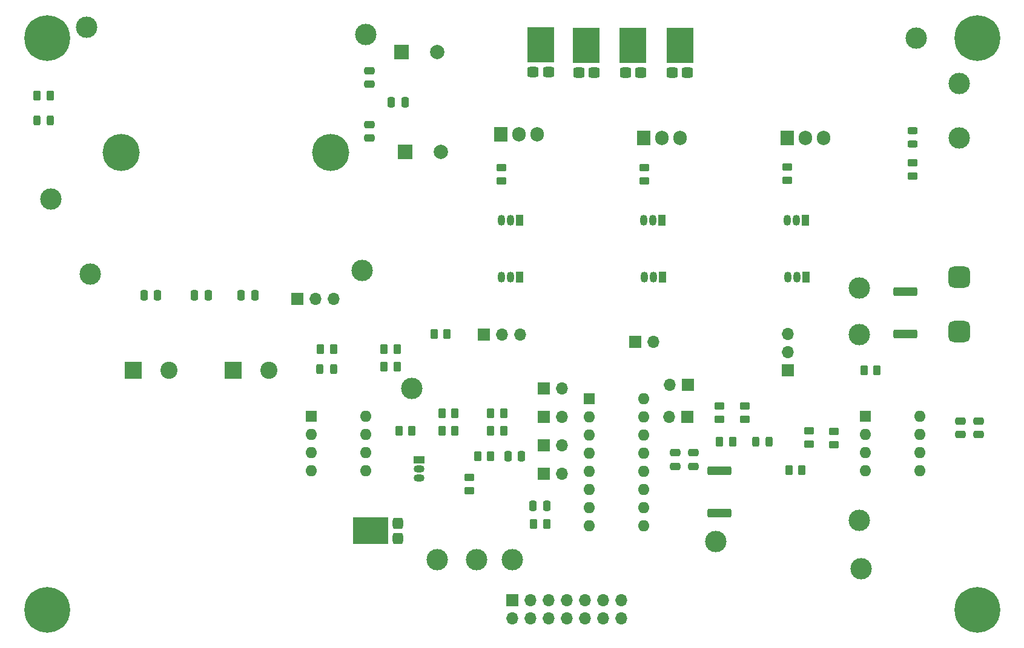
<source format=gts>
G04 #@! TF.GenerationSoftware,KiCad,Pcbnew,8.0.0*
G04 #@! TF.CreationDate,2024-04-26T12:32:38-04:00*
G04 #@! TF.ProjectId,SurgicalLightBoostConverterModule,53757267-6963-4616-9c4c-69676874426f,rev?*
G04 #@! TF.SameCoordinates,Original*
G04 #@! TF.FileFunction,Soldermask,Top*
G04 #@! TF.FilePolarity,Negative*
%FSLAX46Y46*%
G04 Gerber Fmt 4.6, Leading zero omitted, Abs format (unit mm)*
G04 Created by KiCad (PCBNEW 8.0.0) date 2024-04-26 12:32:38*
%MOMM*%
%LPD*%
G01*
G04 APERTURE LIST*
G04 Aperture macros list*
%AMRoundRect*
0 Rectangle with rounded corners*
0 $1 Rounding radius*
0 $2 $3 $4 $5 $6 $7 $8 $9 X,Y pos of 4 corners*
0 Add a 4 corners polygon primitive as box body*
4,1,4,$2,$3,$4,$5,$6,$7,$8,$9,$2,$3,0*
0 Add four circle primitives for the rounded corners*
1,1,$1+$1,$2,$3*
1,1,$1+$1,$4,$5*
1,1,$1+$1,$6,$7*
1,1,$1+$1,$8,$9*
0 Add four rect primitives between the rounded corners*
20,1,$1+$1,$2,$3,$4,$5,0*
20,1,$1+$1,$4,$5,$6,$7,0*
20,1,$1+$1,$6,$7,$8,$9,0*
20,1,$1+$1,$8,$9,$2,$3,0*%
G04 Aperture macros list end*
%ADD10RoundRect,0.250000X-0.262500X-0.450000X0.262500X-0.450000X0.262500X0.450000X-0.262500X0.450000X0*%
%ADD11R,1.700000X1.700000*%
%ADD12O,1.700000X1.700000*%
%ADD13R,1.600000X1.600000*%
%ADD14O,1.600000X1.600000*%
%ADD15R,1.050000X1.500000*%
%ADD16O,1.050000X1.500000*%
%ADD17C,3.000000*%
%ADD18RoundRect,0.250000X-0.450000X0.262500X-0.450000X-0.262500X0.450000X-0.262500X0.450000X0.262500X0*%
%ADD19R,1.905000X2.000000*%
%ADD20O,1.905000X2.000000*%
%ADD21RoundRect,0.250000X0.262500X0.450000X-0.262500X0.450000X-0.262500X-0.450000X0.262500X-0.450000X0*%
%ADD22RoundRect,0.250000X0.450000X-0.262500X0.450000X0.262500X-0.450000X0.262500X-0.450000X-0.262500X0*%
%ADD23R,2.400000X2.400000*%
%ADD24C,2.400000*%
%ADD25RoundRect,0.250000X0.475000X-0.250000X0.475000X0.250000X-0.475000X0.250000X-0.475000X-0.250000X0*%
%ADD26RoundRect,0.250000X0.250000X0.475000X-0.250000X0.475000X-0.250000X-0.475000X0.250000X-0.475000X0*%
%ADD27RoundRect,0.250000X-1.425000X0.362500X-1.425000X-0.362500X1.425000X-0.362500X1.425000X0.362500X0*%
%ADD28RoundRect,0.243750X-0.456250X0.243750X-0.456250X-0.243750X0.456250X-0.243750X0.456250X0.243750X0*%
%ADD29R,1.500000X1.050000*%
%ADD30O,1.500000X1.050000*%
%ADD31RoundRect,0.250000X-0.250000X-0.475000X0.250000X-0.475000X0.250000X0.475000X-0.250000X0.475000X0*%
%ADD32RoundRect,0.360000X-0.440000X0.360000X-0.440000X-0.360000X0.440000X-0.360000X0.440000X0.360000X0*%
%ADD33R,3.800000X4.960000*%
%ADD34C,5.200000*%
%ADD35RoundRect,0.360000X-0.360000X-0.440000X0.360000X-0.440000X0.360000X0.440000X-0.360000X0.440000X0*%
%ADD36R,4.960000X3.800000*%
%ADD37RoundRect,0.250000X-0.475000X0.250000X-0.475000X-0.250000X0.475000X-0.250000X0.475000X0.250000X0*%
%ADD38R,2.000000X2.000000*%
%ADD39C,2.000000*%
%ADD40C,3.600000*%
%ADD41C,6.400000*%
%ADD42RoundRect,0.243750X0.243750X0.456250X-0.243750X0.456250X-0.243750X-0.456250X0.243750X-0.456250X0*%
%ADD43RoundRect,0.750000X0.750000X-0.750000X0.750000X0.750000X-0.750000X0.750000X-0.750000X-0.750000X0*%
G04 APERTURE END LIST*
D10*
X87000000Y-80000000D03*
X88825000Y-80000000D03*
X72087500Y-71000000D03*
X73912500Y-71000000D03*
D11*
X107230000Y-67500000D03*
D12*
X109770000Y-67500000D03*
D10*
X80175000Y-77500000D03*
X82000000Y-77500000D03*
D13*
X100735000Y-75500000D03*
D14*
X100735000Y-78040000D03*
X100735000Y-80580000D03*
X100735000Y-83120000D03*
X100735000Y-85660000D03*
X100735000Y-88200000D03*
X100735000Y-90740000D03*
X100735000Y-93280000D03*
X108355000Y-93280000D03*
X108355000Y-90740000D03*
X108355000Y-88200000D03*
X108355000Y-85660000D03*
X108355000Y-83120000D03*
X108355000Y-80580000D03*
X108355000Y-78040000D03*
X108355000Y-75500000D03*
D15*
X91000000Y-50500000D03*
D16*
X89730000Y-50500000D03*
X88460000Y-50500000D03*
D17*
X76000000Y-74000000D03*
D18*
X122500000Y-76500000D03*
X122500000Y-78325000D03*
D19*
X128420000Y-39000000D03*
D20*
X130960000Y-39000000D03*
X133500000Y-39000000D03*
D21*
X130500000Y-85500000D03*
X128675000Y-85500000D03*
D22*
X88500000Y-45000000D03*
X88500000Y-43175000D03*
D21*
X65000000Y-68500000D03*
X63175000Y-68500000D03*
D23*
X37000000Y-71500000D03*
D24*
X42000000Y-71500000D03*
D17*
X138500000Y-66500000D03*
D25*
X112825000Y-84950000D03*
X112825000Y-83050000D03*
D10*
X119000000Y-81500000D03*
X120825000Y-81500000D03*
D26*
X94825000Y-90500000D03*
X92925000Y-90500000D03*
D15*
X131040000Y-58500000D03*
D16*
X129770000Y-58500000D03*
X128500000Y-58500000D03*
D27*
X118962500Y-85537500D03*
X118962500Y-91462500D03*
D28*
X146000000Y-38000000D03*
X146000000Y-39875000D03*
D29*
X77000000Y-84000000D03*
D30*
X77000000Y-85270000D03*
X77000000Y-86540000D03*
D22*
X108460000Y-45000000D03*
X108460000Y-43175000D03*
D25*
X115325000Y-84950000D03*
X115325000Y-83050000D03*
D21*
X25390000Y-33087500D03*
X23565000Y-33087500D03*
D31*
X52100000Y-61000000D03*
X54000000Y-61000000D03*
D17*
X138750000Y-99250000D03*
D22*
X146000000Y-44287500D03*
X146000000Y-42462500D03*
D32*
X105840000Y-29830000D03*
X107970000Y-29830000D03*
D33*
X106905000Y-26030000D03*
D34*
X35350000Y-41000000D03*
X64650000Y-41000000D03*
D35*
X73980000Y-95015000D03*
X73980000Y-92885000D03*
D36*
X70180000Y-93950000D03*
D17*
X30500000Y-23500000D03*
D18*
X84000000Y-86500000D03*
X84000000Y-88325000D03*
D15*
X91040000Y-58500000D03*
D16*
X89770000Y-58500000D03*
X88500000Y-58500000D03*
D13*
X61880000Y-77960000D03*
D14*
X61880000Y-80500000D03*
X61880000Y-83040000D03*
X61880000Y-85580000D03*
X69500000Y-85580000D03*
X69500000Y-83040000D03*
X69500000Y-80500000D03*
X69500000Y-77960000D03*
D31*
X38500000Y-61000000D03*
X40400000Y-61000000D03*
D15*
X110960000Y-50500000D03*
D16*
X109690000Y-50500000D03*
X108420000Y-50500000D03*
D32*
X99290000Y-29830000D03*
X101420000Y-29830000D03*
D33*
X100355000Y-26030000D03*
D10*
X87000000Y-77500000D03*
X88825000Y-77500000D03*
D37*
X155180000Y-78600000D03*
X155180000Y-80500000D03*
D11*
X94460000Y-86000000D03*
D12*
X97000000Y-86000000D03*
D22*
X135000000Y-81912500D03*
X135000000Y-80087500D03*
D11*
X114500000Y-78000000D03*
D12*
X111960000Y-78000000D03*
D17*
X85000000Y-98000000D03*
X79500000Y-98000000D03*
D11*
X94460000Y-78000000D03*
D12*
X97000000Y-78000000D03*
D17*
X69000000Y-57500000D03*
D22*
X119000000Y-78325000D03*
X119000000Y-76500000D03*
D17*
X90000000Y-98000000D03*
D22*
X128460000Y-44912500D03*
X128460000Y-43087500D03*
D38*
X75000000Y-40923959D03*
D39*
X80000000Y-40923959D03*
D15*
X131000000Y-50500000D03*
D16*
X129730000Y-50500000D03*
X128460000Y-50500000D03*
D11*
X128500000Y-71525000D03*
D12*
X128500000Y-68985000D03*
X128500000Y-66445000D03*
D21*
X76000000Y-80000000D03*
X74175000Y-80000000D03*
D17*
X69500000Y-24500000D03*
D11*
X86000000Y-66500000D03*
D12*
X88540000Y-66500000D03*
X91080000Y-66500000D03*
D11*
X114540000Y-73500000D03*
D12*
X112000000Y-73500000D03*
D11*
X59975000Y-61500000D03*
D12*
X62515000Y-61500000D03*
X65055000Y-61500000D03*
D40*
X25000000Y-105000000D03*
D41*
X25000000Y-105000000D03*
D42*
X125937500Y-81500000D03*
X124062500Y-81500000D03*
D19*
X88420000Y-38500000D03*
D20*
X90960000Y-38500000D03*
X93500000Y-38500000D03*
D17*
X31000000Y-58000000D03*
D31*
X45600000Y-61000000D03*
X47500000Y-61000000D03*
D42*
X65000000Y-71350000D03*
X63125000Y-71350000D03*
D11*
X94460000Y-82000000D03*
D12*
X97000000Y-82000000D03*
D17*
X25500000Y-47500000D03*
D10*
X79087500Y-66412500D03*
X80912500Y-66412500D03*
D11*
X94460000Y-74000000D03*
D12*
X97000000Y-74000000D03*
D37*
X70050000Y-29550000D03*
X70050000Y-31450000D03*
D21*
X73912500Y-68500000D03*
X72087500Y-68500000D03*
D43*
X152500000Y-66100000D03*
X152500000Y-58500000D03*
D17*
X152500000Y-39000000D03*
X152500000Y-31400000D03*
D15*
X111040000Y-58500000D03*
D16*
X109770000Y-58500000D03*
X108500000Y-58500000D03*
D40*
X155000000Y-25000000D03*
D41*
X155000000Y-25000000D03*
D32*
X92935000Y-29780000D03*
X95065000Y-29780000D03*
D33*
X94000000Y-25980000D03*
D27*
X145000000Y-60500000D03*
X145000000Y-66425000D03*
D31*
X73100000Y-34000000D03*
X75000000Y-34000000D03*
D37*
X152680000Y-78600000D03*
X152680000Y-80500000D03*
D38*
X74500000Y-26923959D03*
D39*
X79500000Y-26923959D03*
D10*
X139175000Y-71500000D03*
X141000000Y-71500000D03*
D40*
X25000000Y-25000000D03*
D41*
X25000000Y-25000000D03*
D17*
X138500000Y-60000000D03*
D31*
X89425000Y-83500000D03*
X91325000Y-83500000D03*
D13*
X139380000Y-77920000D03*
D14*
X139380000Y-80460000D03*
X139380000Y-83000000D03*
X139380000Y-85540000D03*
X147000000Y-85540000D03*
X147000000Y-83000000D03*
X147000000Y-80460000D03*
X147000000Y-77920000D03*
D40*
X155000000Y-105000000D03*
D41*
X155000000Y-105000000D03*
D18*
X131500000Y-80000000D03*
X131500000Y-81825000D03*
D23*
X51000000Y-71500000D03*
D24*
X56000000Y-71500000D03*
D19*
X108420000Y-39000000D03*
D20*
X110960000Y-39000000D03*
X113500000Y-39000000D03*
D21*
X82000000Y-80000000D03*
X80175000Y-80000000D03*
D10*
X85175000Y-83500000D03*
X87000000Y-83500000D03*
D37*
X70000000Y-37100000D03*
X70000000Y-39000000D03*
D17*
X146500000Y-25000000D03*
X118500000Y-95500000D03*
D32*
X112385000Y-29830000D03*
X114515000Y-29830000D03*
D33*
X113450000Y-26030000D03*
D17*
X138500000Y-92500000D03*
D21*
X94825000Y-93000000D03*
X93000000Y-93000000D03*
D42*
X25437500Y-36500000D03*
X23562500Y-36500000D03*
D11*
X90000000Y-103710000D03*
D12*
X90000000Y-106250000D03*
X92540000Y-103710000D03*
X92540000Y-106250000D03*
X95080000Y-103710000D03*
X95080000Y-106250000D03*
X97620000Y-103710000D03*
X97620000Y-106250000D03*
X100160000Y-103710000D03*
X100160000Y-106250000D03*
X102700000Y-103710000D03*
X102700000Y-106250000D03*
X105240000Y-103710000D03*
X105240000Y-106250000D03*
M02*

</source>
